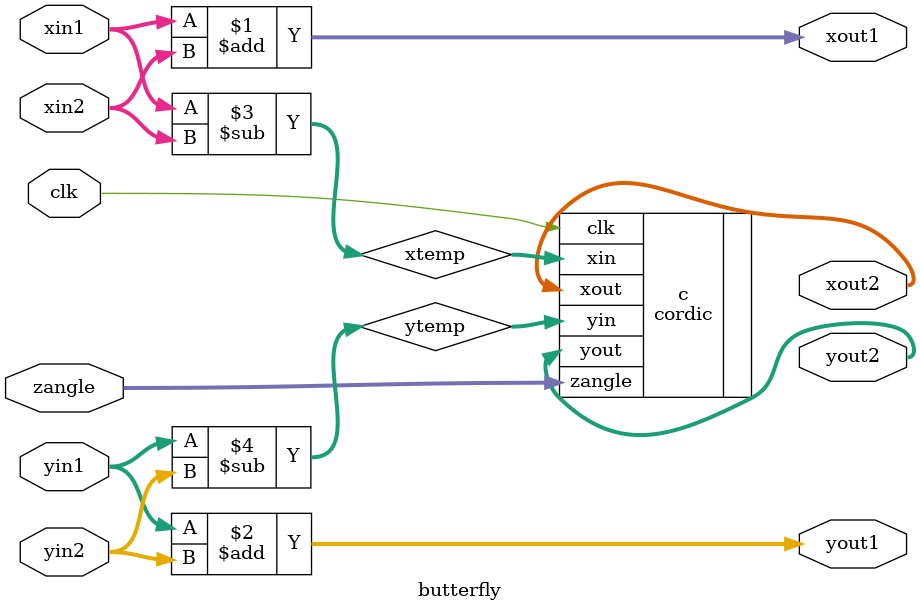
<source format=v>
module butterfly
	(
	input clk,
	// x: Phan thuc
	// y: Phan ao
	input signed [15:0] xin1,
	input signed [15:0] yin1,
	input signed [15:0] xin2,
	input signed [15:0] yin2,
	input signed [31:0] zangle, //Goc quay
	output signed [15:0] xout1,
	output signed [15:0] yout1,
	output signed [15:0] xout2,
	output signed [15:0] yout2
   );

	wire signed [15:0] xtemp,ytemp; //Cac bien trung gian truoc khi dua vao bo CORDIC

	// Dau ra thu nhat
	assign xout1=xin1+xin2;
	assign yout1=yin1+yin2;

	// 2 bien dua vao bo Cordic de tinh dau ra thu hai
	assign xtemp=xin1-xin2;
	assign ytemp=yin1-yin2;

	cordic c(.clk(clk),.xin(xtemp),.yin(ytemp),.zangle(zangle),.xout(xout2),.yout(yout2)); //Dau ra thu hai

endmodule

</source>
